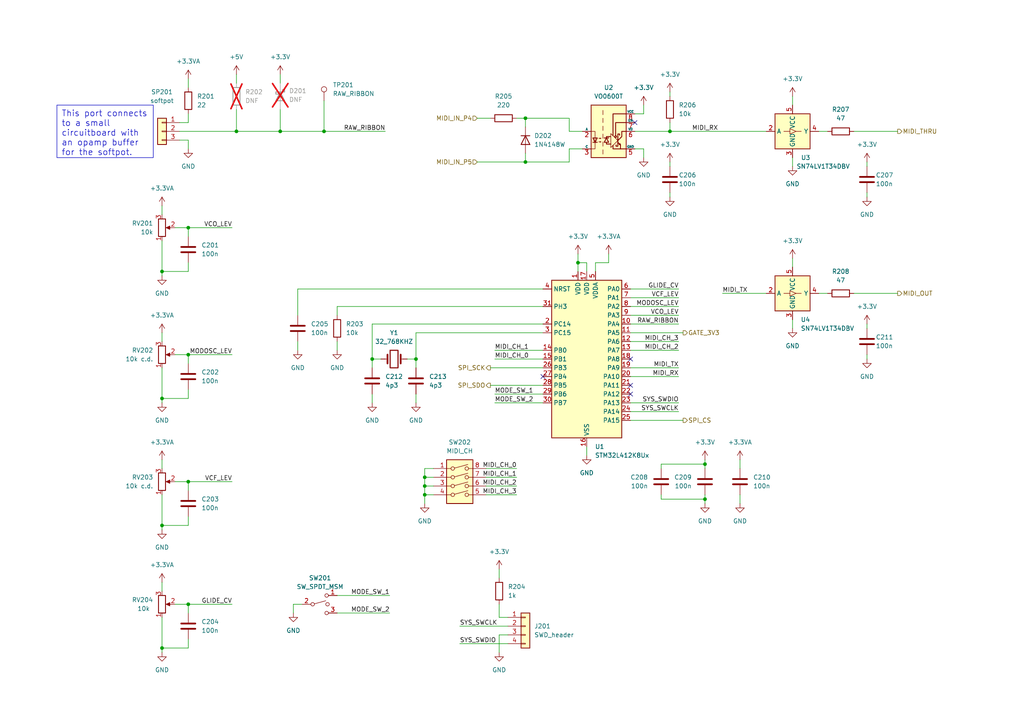
<source format=kicad_sch>
(kicad_sch (version 20230121) (generator eeschema)
  (paper "A4")
  (title_block (title "Josh Ox Ribbon Synth Ribbon board") (date "2023-03-10") (rev "1.0") (comment 1 "creativecommons.org/licences/by/4.0") (comment 2 "license: CC by 4.0") (comment 3 "Author: Jordan Aceto"))
  (lib_symbols
    (symbol "Connector:TestPoint" (pin_numbers hide) (pin_names (offset 0.762) hide)
      (property "Reference" "TP" (at 0 6.858 0))
      (property "Value" "TestPoint" (at 0 5.08 0))
      (symbol "TestPoint_0_1"
        (circle (center 0 3.302) (radius 0.762))
      )
      (symbol "TestPoint_1_1"
        (pin passive line (at 0 0 90) (length 2.54) (name "1") (number "1"))
      )
    )
    (symbol "Connector_Generic:Conn_01x03" (pin_names (offset 1.016) hide)
      (property "Reference" "J" (at 0 5.08 0))
      (property "Value" "Conn_01x03" (at 0 -5.08 0))
      (symbol "Conn_01x03_1_1"
        (rectangle (start -1.27 -2.413) (end 0 -2.667) (stroke (width 0.1524)))
        (rectangle (start -1.27 0.127) (end 0 -0.127) (stroke (width 0.1524)))
        (rectangle (start -1.27 2.667) (end 0 2.413) (stroke (width 0.1524)))
        (rectangle (start -1.27 3.81) (end 1.27 -3.81) (stroke (width 0.254)) (fill (type background)))
        (pin passive line (at -5.08 2.54 0) (length 3.81) (name "Pin_1") (number "1"))
        (pin passive line (at -5.08 0 0) (length 3.81) (name "Pin_2") (number "2"))
        (pin passive line (at -5.08 -2.54 0) (length 3.81) (name "Pin_3") (number "3"))
      )
    )
    (symbol "Connector_Generic:Conn_01x04" (pin_names (offset 1.016) hide)
      (property "Reference" "J" (at 0 5.08 0))
      (property "Value" "Conn_01x04" (at 0 -7.62 0))
      (symbol "Conn_01x04_1_1"
        (rectangle (start -1.27 -4.953) (end 0 -5.207) (stroke (width 0.1524)))
        (rectangle (start -1.27 -2.413) (end 0 -2.667) (stroke (width 0.1524)))
        (rectangle (start -1.27 0.127) (end 0 -0.127) (stroke (width 0.1524)))
        (rectangle (start -1.27 2.667) (end 0 2.413) (stroke (width 0.1524)))
        (rectangle (start -1.27 3.81) (end 1.27 -6.35) (stroke (width 0.254)) (fill (type background)))
        (pin passive line (at -5.08 2.54 0) (length 3.81) (name "Pin_1") (number "1"))
        (pin passive line (at -5.08 0 0) (length 3.81) (name "Pin_2") (number "2"))
        (pin passive line (at -5.08 -2.54 0) (length 3.81) (name "Pin_3") (number "3"))
        (pin passive line (at -5.08 -5.08 0) (length 3.81) (name "Pin_4") (number "4"))
      )
    )
    (symbol "Device:C" (pin_numbers hide) (pin_names (offset 0.254))
      (property "Reference" "C" (at 0.635 2.54 0))
      (property "Value" "C" (at 0.635 -2.54 0))
      (symbol "C_0_1"
        (polyline (pts (xy -2.032 -0.762) (xy 2.032 -0.762)) (stroke (width 0.508)))
        (polyline (pts (xy -2.032 0.762) (xy 2.032 0.762)) (stroke (width 0.508)))
      )
      (symbol "C_1_1"
        (pin passive line (at 0 3.81 270) (length 2.794) (name "~") (number "1"))
        (pin passive line (at 0 -3.81 90) (length 2.794) (name "~") (number "2"))
      )
    )
    (symbol "Device:Crystal" (pin_numbers hide) (pin_names (offset 1.016) hide)
      (property "Reference" "Y" (at 0 3.81 0))
      (property "Value" "Crystal" (at 0 -3.81 0))
      (symbol "Crystal_0_1"
        (rectangle (start -1.143 2.54) (end 1.143 -2.54) (stroke (width 0.3048)))
        (polyline (pts (xy -2.54 0) (xy -1.905 0)))
        (polyline (pts (xy -1.905 -1.27) (xy -1.905 1.27)) (stroke (width 0.508)))
        (polyline (pts (xy 1.905 -1.27) (xy 1.905 1.27)) (stroke (width 0.508)))
        (polyline (pts (xy 2.54 0) (xy 1.905 0)))
      )
      (symbol "Crystal_1_1"
        (pin passive line (at -3.81 0 0) (length 1.27) (name "1") (number "1"))
        (pin passive line (at 3.81 0 180) (length 1.27) (name "2") (number "2"))
      )
    )
    (symbol "Device:D_Schottky" (pin_numbers hide) (pin_names (offset 1.016) hide)
      (property "Reference" "D" (at 0 2.54 0))
      (property "Value" "D_Schottky" (at 0 -2.54 0))
      (symbol "D_Schottky_0_1"
        (polyline (pts (xy 1.27 0) (xy -1.27 0)))
        (polyline (pts (xy 1.27 1.27) (xy 1.27 -1.27) (xy -1.27 0) (xy 1.27 1.27)) (stroke (width 0.254)))
        (polyline (pts (xy -1.905 0.635) (xy -1.905 1.27) (xy -1.27 1.27) (xy -1.27 -1.27) (xy -0.635 -1.27) (xy -0.635 -0.635)) (stroke (width 0.254)))
      )
      (symbol "D_Schottky_1_1"
        (pin passive line (at -3.81 0 0) (length 2.54) (name "K") (number "1"))
        (pin passive line (at 3.81 0 180) (length 2.54) (name "A") (number "2"))
      )
    )
    (symbol "Device:R" (pin_numbers hide) (pin_names (offset 0))
      (property "Reference" "R" (at 2.032 0 90))
      (property "Value" "R" (at 0 0 90))
      (symbol "R_0_1"
        (rectangle (start -1.016 -2.54) (end 1.016 2.54) (stroke (width 0.254)))
      )
      (symbol "R_1_1"
        (pin passive line (at 0 3.81 270) (length 1.27) (name "~") (number "1"))
        (pin passive line (at 0 -3.81 90) (length 1.27) (name "~") (number "2"))
      )
    )
    (symbol "Device:R_Potentiometer" (pin_names (offset 1.016) hide)
      (property "Reference" "RV" (at -4.445 0 90))
      (property "Value" "R_Potentiometer" (at -2.54 0 90))
      (symbol "R_Potentiometer_0_1"
        (polyline (pts (xy 2.54 0) (xy 1.524 0)))
        (polyline (pts (xy 1.143 0) (xy 2.286 0.508) (xy 2.286 -0.508) (xy 1.143 0)) (fill (type outline)))
        (rectangle (start 1.016 2.54) (end -1.016 -2.54) (stroke (width 0.254)))
      )
      (symbol "R_Potentiometer_1_1"
        (pin passive line (at 0 3.81 270) (length 1.27) (name "1") (number "1"))
        (pin passive line (at 3.81 0 180) (length 1.27) (name "2") (number "2"))
        (pin passive line (at 0 -3.81 90) (length 1.27) (name "3") (number "3"))
      )
    )
    (symbol "Diode:1N4148W" (pin_numbers hide) (pin_names hide)
      (property "Reference" "D" (at 0 2.54 0))
      (property "Value" "1N4148W" (at 0 -2.54 0))
      (symbol "1N4148W_0_1"
        (polyline (pts (xy -1.27 1.27) (xy -1.27 -1.27)) (stroke (width 0.254)))
        (polyline (pts (xy 1.27 0) (xy -1.27 0)))
        (polyline (pts (xy 1.27 1.27) (xy 1.27 -1.27) (xy -1.27 0) (xy 1.27 1.27)) (stroke (width 0.254)))
      )
      (symbol "1N4148W_1_1"
        (pin passive line (at -3.81 0 0) (length 2.54) (name "K") (number "1"))
        (pin passive line (at 3.81 0 180) (length 2.54) (name "A") (number "2"))
      )
    )
    (symbol "Isolator:VO0600T" (pin_names (offset 0))
      (property "Reference" "U" (at -4.064 8.89 0))
      (property "Value" "VO0600T" (at 0.254 -9.144 0))
      (symbol "VO0600T_0_1"
        (polyline (pts (xy 2.667 -3.556) (xy 2.667 -1.651)) (stroke (width 0.254)))
        (polyline (pts (xy 2.667 -2.159) (xy 2.667 -2.921)) (stroke (width 0.254)))
        (polyline (pts (xy 3.429 -3.937) (xy 3.429 -5.08)) (stroke (width 0.254)))
        (polyline (pts (xy -0.635 -3.302) (xy -0.635 -3.683) (xy 0.635 -3.683)) (stroke (width 0.254)))
        (polyline (pts (xy -0.635 -1.905) (xy -0.635 -1.524) (xy 0.508 -1.524)) (stroke (width 0.254)))
        (polyline (pts (xy 1.27 -4.064) (xy 1.27 -5.08) (xy 5.08 -5.08)) (stroke (width 0.254)))
        (polyline (pts (xy 1.27 -1.27) (xy 1.27 5.08) (xy 5.08 5.08)) (stroke (width 0.254)))
        (polyline (pts (xy 2.032 -1.27) (xy 2.032 2.54) (xy 5.08 2.54)) (stroke (width 0.254)))
        (polyline (pts (xy -5.08 -5.08) (xy -3.937 -5.08) (xy -3.937 0) (xy -5.08 0)))
        (polyline (pts (xy 2.667 -3.302) (xy 2.667 -4.318) (xy 2.159 -4.318) (xy 2.159 -3.937)) (stroke (width 0.254)))
        (polyline (pts (xy 2.667 -2.667) (xy 0.635 -4.699) (xy 0.635 -0.635) (xy 2.667 -2.667)))
        (polyline (pts (xy 2.667 -1.778) (xy 2.667 -0.762) (xy 3.175 -0.762) (xy 3.175 -1.143)) (stroke (width 0.254)))
        (polyline (pts (xy 2.794 -2.54) (xy 3.81 -1.524) (xy 3.81 0) (xy 5.08 0)) (stroke (width 0.254)))
        (polyline (pts (xy 2.667 -3.175) (xy 3.429 -3.937) (xy 3.302 -3.556) (xy 3.048 -3.81) (xy 3.429 -3.937)) (stroke (width 0.254)))
        (circle (center 2.032 -1.524) (radius 0.254) (stroke (width 0.254)))
      )
      (symbol "VO0600T_1_1"
        (rectangle (start -5.08 7.62) (end 5.08 -7.62) (stroke (width 0.254)) (fill (type background)))
        (polyline (pts (xy -4.572 -3.175) (xy -3.302 -3.175)) (stroke (width 0.254)))
        (polyline (pts (xy -1.651 -5.334) (xy -1.651 -6.604)))
        (polyline (pts (xy -1.651 -3.048) (xy -1.651 -4.318)))
        (polyline (pts (xy -1.651 -0.762) (xy -1.651 -2.032)))
        (polyline (pts (xy -1.651 1.524) (xy -1.651 0.254)))
        (polyline (pts (xy -1.651 3.81) (xy -1.651 2.54)))
        (polyline (pts (xy -1.651 6.096) (xy -1.651 4.826)))
        (polyline (pts (xy -1.27 -1.905) (xy 0 -1.905)) (stroke (width 0.254)))
        (polyline (pts (xy -3.937 -3.175) (xy -4.572 -1.905) (xy -3.302 -1.905) (xy -3.937 -3.175)) (stroke (width 0.254)))
        (polyline (pts (xy -0.635 -1.905) (xy -1.27 -3.175) (xy 0 -3.175) (xy -0.635 -1.905)) (stroke (width 0.254)))
        (polyline (pts (xy -2.921 -3.048) (xy -2.159 -3.048) (xy -2.54 -3.175) (xy -2.54 -2.921) (xy -2.159 -3.048)) (stroke (width 0.127)))
        (polyline (pts (xy -2.921 -2.032) (xy -2.159 -2.032) (xy -2.54 -2.159) (xy -2.54 -1.905) (xy -2.159 -2.032)) (stroke (width 0.127)))
        (pin no_connect line (at -5.08 5.08 0) (length 2.54) hide (name "NC") (number "1"))
        (pin passive line (at -7.62 0 0) (length 2.54) (name "A") (number "2"))
        (pin passive line (at -7.62 -5.08 0) (length 2.54) (name "C") (number "3"))
        (pin power_in line (at 7.62 -5.08 180) (length 2.54) (name "GND") (number "5"))
        (pin open_collector line (at 7.62 0 180) (length 2.54) (name "VO") (number "6"))
        (pin input line (at 7.62 2.54 180) (length 2.54) (name "EN") (number "7"))
        (pin power_in line (at 7.62 5.08 180) (length 2.54) (name "VCC") (number "8"))
      )
    )
    (symbol "Logic_LevelTranslator:SN74LV1T34DBV"
      (property "Reference" "U" (at 5.08 6.35 0))
      (property "Value" "SN74LV1T34DBV" (at 5.08 3.81 0))
      (symbol "SN74LV1T34DBV_0_1"
        (rectangle (start -5.08 5.08) (end 5.08 -5.08) (stroke (width 0.254)) (fill (type background)))
        (polyline (pts (xy -0.762 0) (xy -2.54 0)))
        (polyline (pts (xy 1.016 0) (xy 2.54 0)))
      )
      (symbol "SN74LV1T34DBV_1_1"
        (polyline (pts (xy -0.762 -0.762) (xy -0.762 0.762) (xy 1.016 0) (xy -0.762 -0.762)))
        (pin no_connect line (at -5.08 2.54 0) (length 2.54) hide (name "NC") (number "1"))
        (pin input line (at -7.62 0 0) (length 2.54) (name "A") (number "2"))
        (pin power_in line (at 0 -7.62 90) (length 2.54) (name "GND") (number "3"))
        (pin output line (at 7.62 0 180) (length 2.54) (name "Y") (number "4"))
        (pin power_in line (at 0 7.62 270) (length 2.54) (name "VCC") (number "5"))
      )
    )
    (symbol "MCU_ST_STM32L4:STM32L412K8Ux"
      (property "Reference" "U" (at -10.16 24.13 0))
      (property "Value" "STM32L412K8Ux" (at 5.08 24.13 0))
      (symbol "STM32L412K8Ux_0_1"
        (rectangle (start -10.16 -22.86) (end 10.16 22.86) (stroke (width 0.254)) (fill (type background)))
      )
      (symbol "STM32L412K8Ux_1_1"
        (pin power_in line (at -2.54 25.4 270) (length 2.54) (name "VDD") (number "1"))
        (pin bidirectional line (at 12.7 10.16 180) (length 2.54) (name "PA4") (number "10"))
        (pin bidirectional line (at 12.7 7.62 180) (length 2.54) (name "PA5") (number "11"))
        (pin bidirectional line (at 12.7 5.08 180) (length 2.54) (name "PA6") (number "12"))
        (pin bidirectional line (at 12.7 2.54 180) (length 2.54) (name "PA7") (number "13"))
        (pin bidirectional line (at -12.7 2.54 0) (length 2.54) (name "PB0") (number "14"))
        (pin bidirectional line (at -12.7 0 0) (length 2.54) (name "PB1") (number "15"))
        (pin power_in line (at 0 -25.4 90) (length 2.54) (name "VSS") (number "16"))
        (pin power_in line (at 0 25.4 270) (length 2.54) (name "VDD") (number "17"))
        (pin bidirectional line (at 12.7 0 180) (length 2.54) (name "PA8") (number "18"))
        (pin bidirectional line (at 12.7 -2.54 180) (length 2.54) (name "PA9") (number "19"))
        (pin bidirectional line (at -12.7 10.16 0) (length 2.54) (name "PC14") (number "2"))
        (pin bidirectional line (at 12.7 -5.08 180) (length 2.54) (name "PA10") (number "20"))
        (pin bidirectional line (at 12.7 -7.62 180) (length 2.54) (name "PA11") (number "21"))
        (pin bidirectional line (at 12.7 -10.16 180) (length 2.54) (name "PA12") (number "22"))
        (pin bidirectional line (at 12.7 -12.7 180) (length 2.54) (name "PA13") (number "23"))
        (pin bidirectional line (at 12.7 -15.24 180) (length 2.54) (name "PA14") (number "24"))
        (pin bidirectional line (at 12.7 -17.78 180) (length 2.54) (name "PA15") (number "25"))
        (pin bidirectional line (at -12.7 -2.54 0) (length 2.54) (name "PB3") (number "26"))
        (pin bidirectional line (at -12.7 -5.08 0) (length 2.54) (name "PB4") (number "27"))
        (pin bidirectional line (at -12.7 -7.62 0) (length 2.54) (name "PB5") (number "28"))
        (pin bidirectional line (at -12.7 -10.16 0) (length 2.54) (name "PB6") (number "29"))
        (pin bidirectional line (at -12.7 7.62 0) (length 2.54) (name "PC15") (number "3"))
        (pin bidirectional line (at -12.7 -12.7 0) (length 2.54) (name "PB7") (number "30"))
        (pin bidirectional line (at -12.7 15.24 0) (length 2.54) (name "PH3") (number "31"))
        (pin passive line (at 0 -25.4 90) (length 2.54) hide (name "VSS") (number "32"))
        (pin passive line (at 0 -25.4 90) (length 2.54) hide (name "VSS") (number "33"))
        (pin input line (at -12.7 20.32 0) (length 2.54) (name "NRST") (number "4"))
        (pin power_in line (at 2.54 25.4 270) (length 2.54) (name "VDDA") (number "5"))
        (pin bidirectional line (at 12.7 20.32 180) (length 2.54) (name "PA0") (number "6"))
        (pin bidirectional line (at 12.7 17.78 180) (length 2.54) (name "PA1") (number "7"))
        (pin bidirectional line (at 12.7 15.24 180) (length 2.54) (name "PA2") (number "8"))
        (pin bidirectional line (at 12.7 12.7 180) (length 2.54) (name "PA3") (number "9"))
      )
    )
    (symbol "Switch:SW_DIP_x04" (pin_names (offset 0) hide)
      (property "Reference" "SW" (at 0 8.89 0))
      (property "Value" "SW_DIP_x04" (at 0 -6.35 0))
      (symbol "SW_DIP_x04_0_0"
        (circle (center -2.032 -2.54) (radius 0.508))
        (circle (center -2.032 0) (radius 0.508))
        (circle (center -2.032 2.54) (radius 0.508))
        (circle (center -2.032 5.08) (radius 0.508))
        (polyline (pts (xy -1.524 -2.3876) (xy 2.3622 -1.3462)))
        (polyline (pts (xy -1.524 0.127) (xy 2.3622 1.1684)))
        (polyline (pts (xy -1.524 2.667) (xy 2.3622 3.7084)))
        (polyline (pts (xy -1.524 5.207) (xy 2.3622 6.2484)))
        (circle (center 2.032 -2.54) (radius 0.508))
        (circle (center 2.032 0) (radius 0.508))
        (circle (center 2.032 2.54) (radius 0.508))
        (circle (center 2.032 5.08) (radius 0.508))
      )
      (symbol "SW_DIP_x04_0_1"
        (rectangle (start -3.81 7.62) (end 3.81 -5.08) (stroke (width 0.254)) (fill (type background)))
      )
      (symbol "SW_DIP_x04_1_1"
        (pin passive line (at -7.62 5.08 0) (length 5.08) (name "~") (number "1"))
        (pin passive line (at -7.62 2.54 0) (length 5.08) (name "~") (number "2"))
        (pin passive line (at -7.62 0 0) (length 5.08) (name "~") (number "3"))
        (pin passive line (at -7.62 -2.54 0) (length 5.08) (name "~") (number "4"))
        (pin passive line (at 7.62 -2.54 180) (length 5.08) (name "~") (number "5"))
        (pin passive line (at 7.62 0 180) (length 5.08) (name "~") (number "6"))
        (pin passive line (at 7.62 2.54 180) (length 5.08) (name "~") (number "7"))
        (pin passive line (at 7.62 5.08 180) (length 5.08) (name "~") (number "8"))
      )
    )
    (symbol "Switch:SW_SPDT_MSM" (pin_names (offset 0) hide)
      (property "Reference" "SW" (at 0 5.08 0))
      (property "Value" "SW_SPDT_MSM" (at 0 -5.08 0))
      (symbol "SW_SPDT_MSM_0_0"
        (circle (center -2.032 0) (radius 0.508))
        (polyline (pts (xy -1.524 0.127) (xy 1.778 1.016)))
        (circle (center 2.032 -2.54) (radius 0.508))
      )
      (symbol "SW_SPDT_MSM_0_1"
        (circle (center 2.032 2.54) (radius 0.508))
        (circle (center 2.286 0) (radius 0.508))
      )
      (symbol "SW_SPDT_MSM_1_1"
        (pin passive line (at 5.08 2.54 180) (length 2.54) (name "1") (number "1"))
        (pin passive line (at -5.08 0 0) (length 2.54) (name "2") (number "2"))
        (pin passive line (at 5.08 -2.54 180) (length 2.54) (name "3") (number "3"))
      )
    )
    (symbol "power:+3.3V" (power) (pin_names (offset 0))
      (property "Value" "+3.3V" (at 0 3.556 0))
      (symbol "+3.3V_0_1"
        (polyline (pts (xy -0.762 1.27) (xy 0 2.54)))
        (polyline (pts (xy 0 0) (xy 0 2.54)))
        (polyline (pts (xy 0 2.54) (xy 0.762 1.27)))
      )
      (symbol "+3.3V_1_1"
        (pin power_in line (at 0 0 90) (length 0) hide (name "+3.3V") (number "1"))
      )
    )
    (symbol "power:+3.3VA" (power) (pin_names (offset 0))
      (property "Value" "+3.3VA" (at 0 3.556 0))
      (symbol "+3.3VA_0_1"
        (polyline (pts (xy -0.762 1.27) (xy 0 2.54)))
        (polyline (pts (xy 0 0) (xy 0 2.54)))
        (polyline (pts (xy 0 2.54) (xy 0.762 1.27)))
      )
      (symbol "+3.3VA_1_1"
        (pin power_in line (at 0 0 90) (length 0) hide (name "+3.3VA") (number "1"))
      )
    )
    (symbol "power:+5V" (power) (pin_names (offset 0))
      (property "Value" "+5V" (at 0 3.556 0))
      (symbol "+5V_0_1"
        (polyline (pts (xy -0.762 1.27) (xy 0 2.54)))
        (polyline (pts (xy 0 0) (xy 0 2.54)))
        (polyline (pts (xy 0 2.54) (xy 0.762 1.27)))
      )
      (symbol "+5V_1_1"
        (pin power_in line (at 0 0 90) (length 0) hide (name "+5V") (number "1"))
      )
    )
    (symbol "power:GND" (power) (pin_names (offset 0))
      (property "Value" "GND" (at 0 -3.81 0))
      (symbol "GND_0_1"
        (polyline (pts (xy 0 0) (xy 0 -1.27) (xy 1.27 -1.27) (xy 0 -2.54) (xy -1.27 -1.27) (xy 0 -1.27)))
      )
      (symbol "GND_1_1"
        (pin power_in line (at 0 0 270) (length 0) hide (name "GND") (number "1"))
      )
    )
  )
  (junction (at 194.31 38.1))
  (junction (at 54.61 175.26))
  (junction (at 204.47 144.78))
  (junction (at 152.4 34.29))
  (junction (at 123.19 138.43))
  (junction (at 204.47 134.62))
  (junction (at 93.98 38.1))
  (junction (at 152.4 46.99))
  (junction (at 167.64 76.2))
  (junction (at 54.61 139.7))
  (junction (at 107.95 104.14))
  (junction (at 120.65 104.14))
  (junction (at 123.19 143.51))
  (junction (at 46.99 78.74))
  (junction (at 81.28 38.1))
  (junction (at 54.61 66.04))
  (junction (at 54.61 102.87))
  (junction (at 46.99 152.4))
  (junction (at 46.99 187.96))
  (junction (at 68.58 38.1))
  (junction (at 123.19 140.97))
  (junction (at 46.99 115.57))
  (no_connect (at 182.88 114.3))
  (no_connect (at 182.88 104.14))
  (no_connect (at 157.48 109.22))
  (no_connect (at 184.15 35.56))
  (no_connect (at 182.88 111.76))
  (wire (pts (xy 237.49 38.1) (xy 240.03 38.1)))
  (wire (pts (xy 229.87 27.94) (xy 229.87 30.48)))
  (wire (pts (xy 172.72 76.2) (xy 176.53 76.2)))
  (wire (pts (xy 182.88 86.36) (xy 196.85 86.36)))
  (wire (pts (xy 54.61 66.04) (xy 54.61 68.58)))
  (wire (pts (xy 81.28 31.75) (xy 81.28 38.1)))
  (wire (pts (xy 54.61 149.86) (xy 54.61 152.4)))
  (wire (pts (xy 123.19 140.97) (xy 125.73 140.97)))
  (wire (pts (xy 140.97 135.89) (xy 149.86 135.89)))
  (wire (pts (xy 123.19 140.97) (xy 123.19 143.51)))
  (wire (pts (xy 170.18 78.74) (xy 170.18 76.2)))
  (wire (pts (xy 229.87 74.93) (xy 229.87 77.47)))
  (wire (pts (xy 140.97 138.43) (xy 149.86 138.43)))
  (wire (pts (xy 167.64 73.66) (xy 167.64 76.2)))
  (wire (pts (xy 54.61 66.04) (xy 67.31 66.04)))
  (wire (pts (xy 209.55 85.09) (xy 222.25 85.09)))
  (wire (pts (xy 194.31 46.99) (xy 194.31 48.26)))
  (wire (pts (xy 149.86 34.29) (xy 152.4 34.29)))
  (wire (pts (xy 204.47 144.78) (xy 204.47 146.05)))
  (wire (pts (xy 191.77 144.78) (xy 204.47 144.78)))
  (wire (pts (xy 52.07 38.1) (xy 68.58 38.1)))
  (wire (pts (xy 86.36 91.44) (xy 86.36 83.82)))
  (wire (pts (xy 182.88 91.44) (xy 196.85 91.44)))
  (wire (pts (xy 182.88 121.92) (xy 198.12 121.92)))
  (wire (pts (xy 46.99 115.57) (xy 46.99 116.84)))
  (wire (pts (xy 204.47 143.51) (xy 204.47 144.78)))
  (wire (pts (xy 251.46 93.98) (xy 251.46 95.25)))
  (wire (pts (xy 68.58 31.75) (xy 68.58 38.1)))
  (wire (pts (xy 144.78 179.07) (xy 147.32 179.07)))
  (wire (pts (xy 54.61 175.26) (xy 67.31 175.26)))
  (wire (pts (xy 54.61 113.03) (xy 54.61 115.57)))
  (wire (pts (xy 182.88 83.82) (xy 196.85 83.82)))
  (wire (pts (xy 85.09 175.26) (xy 87.63 175.26)))
  (wire (pts (xy 165.1 34.29) (xy 152.4 34.29)))
  (wire (pts (xy 167.64 76.2) (xy 167.64 78.74)))
  (wire (pts (xy 214.63 133.35) (xy 214.63 135.89)))
  (wire (pts (xy 54.61 22.86) (xy 54.61 25.4)))
  (wire (pts (xy 46.99 115.57) (xy 54.61 115.57)))
  (wire (pts (xy 194.31 26.67) (xy 194.31 27.94)))
  (wire (pts (xy 204.47 133.35) (xy 204.47 134.62)))
  (wire (pts (xy 247.65 85.09) (xy 260.35 85.09)))
  (wire (pts (xy 182.88 96.52) (xy 198.12 96.52)))
  (wire (pts (xy 165.1 46.99) (xy 152.4 46.99)))
  (wire (pts (xy 97.79 177.8) (xy 113.03 177.8)))
  (wire (pts (xy 142.24 111.76) (xy 157.48 111.76)))
  (wire (pts (xy 170.18 76.2) (xy 167.64 76.2)))
  (wire (pts (xy 186.69 30.48) (xy 186.69 33.02)))
  (wire (pts (xy 123.19 143.51) (xy 123.19 146.05)))
  (wire (pts (xy 54.61 35.56) (xy 52.07 35.56)))
  (wire (pts (xy 186.69 43.18) (xy 186.69 45.72)))
  (wire (pts (xy 157.48 96.52) (xy 120.65 96.52)))
  (wire (pts (xy 123.19 135.89) (xy 123.19 138.43)))
  (wire (pts (xy 138.43 46.99) (xy 152.4 46.99)))
  (wire (pts (xy 54.61 43.18) (xy 54.61 40.64)))
  (wire (pts (xy 165.1 43.18) (xy 165.1 46.99)))
  (wire (pts (xy 170.18 129.54) (xy 170.18 132.08)))
  (wire (pts (xy 251.46 55.88) (xy 251.46 57.15)))
  (wire (pts (xy 182.88 109.22) (xy 196.85 109.22)))
  (wire (pts (xy 191.77 135.89) (xy 191.77 134.62)))
  (wire (pts (xy 46.99 143.51) (xy 46.99 152.4)))
  (wire (pts (xy 182.88 88.9) (xy 196.85 88.9)))
  (wire (pts (xy 194.31 38.1) (xy 222.25 38.1)))
  (wire (pts (xy 142.24 106.68) (xy 157.48 106.68)))
  (wire (pts (xy 176.53 73.66) (xy 176.53 76.2)))
  (wire (pts (xy 196.85 99.06) (xy 182.88 99.06)))
  (wire (pts (xy 97.79 91.44) (xy 97.79 88.9)))
  (wire (pts (xy 46.99 133.35) (xy 46.99 135.89)))
  (wire (pts (xy 184.15 38.1) (xy 194.31 38.1)))
  (wire (pts (xy 147.32 184.15) (xy 144.78 184.15)))
  (wire (pts (xy 182.88 106.68) (xy 196.85 106.68)))
  (wire (pts (xy 46.99 78.74) (xy 54.61 78.74)))
  (wire (pts (xy 68.58 21.59) (xy 68.58 24.13)))
  (wire (pts (xy 172.72 78.74) (xy 172.72 76.2)))
  (wire (pts (xy 97.79 88.9) (xy 157.48 88.9)))
  (wire (pts (xy 123.19 143.51) (xy 125.73 143.51)))
  (wire (pts (xy 143.51 101.6) (xy 157.48 101.6)))
  (wire (pts (xy 143.51 104.14) (xy 157.48 104.14)))
  (wire (pts (xy 191.77 134.62) (xy 204.47 134.62)))
  (wire (pts (xy 50.8 139.7) (xy 54.61 139.7)))
  (wire (pts (xy 54.61 102.87) (xy 54.61 105.41)))
  (wire (pts (xy 191.77 143.51) (xy 191.77 144.78)))
  (wire (pts (xy 81.28 21.59) (xy 81.28 24.13)))
  (wire (pts (xy 46.99 187.96) (xy 46.99 189.23)))
  (wire (pts (xy 140.97 140.97) (xy 149.86 140.97)))
  (wire (pts (xy 46.99 106.68) (xy 46.99 115.57)))
  (wire (pts (xy 168.91 43.18) (xy 165.1 43.18)))
  (wire (pts (xy 194.31 38.1) (xy 194.31 35.56)))
  (wire (pts (xy 120.65 96.52) (xy 120.65 104.14)))
  (wire (pts (xy 107.95 104.14) (xy 107.95 93.98)))
  (wire (pts (xy 54.61 175.26) (xy 54.61 177.8)))
  (wire (pts (xy 247.65 38.1) (xy 260.35 38.1)))
  (wire (pts (xy 50.8 102.87) (xy 54.61 102.87)))
  (wire (pts (xy 46.99 168.91) (xy 46.99 171.45)))
  (wire (pts (xy 46.99 179.07) (xy 46.99 187.96)))
  (wire (pts (xy 251.46 102.87) (xy 251.46 104.14)))
  (wire (pts (xy 107.95 114.3) (xy 107.95 116.84)))
  (wire (pts (xy 54.61 185.42) (xy 54.61 187.96)))
  (wire (pts (xy 168.91 38.1) (xy 165.1 38.1)))
  (wire (pts (xy 144.78 175.26) (xy 144.78 179.07)))
  (wire (pts (xy 144.78 184.15) (xy 144.78 189.23)))
  (wire (pts (xy 46.99 152.4) (xy 46.99 153.67)))
  (wire (pts (xy 229.87 45.72) (xy 229.87 48.26)))
  (wire (pts (xy 93.98 38.1) (xy 111.76 38.1)))
  (wire (pts (xy 140.97 143.51) (xy 149.86 143.51)))
  (wire (pts (xy 54.61 139.7) (xy 67.31 139.7)))
  (wire (pts (xy 147.32 186.69) (xy 133.35 186.69)))
  (wire (pts (xy 50.8 175.26) (xy 54.61 175.26)))
  (wire (pts (xy 147.32 181.61) (xy 133.35 181.61)))
  (wire (pts (xy 54.61 102.87) (xy 67.31 102.87)))
  (wire (pts (xy 46.99 96.52) (xy 46.99 99.06)))
  (wire (pts (xy 152.4 34.29) (xy 152.4 36.83)))
  (wire (pts (xy 143.51 116.84) (xy 157.48 116.84)))
  (wire (pts (xy 46.99 152.4) (xy 54.61 152.4)))
  (wire (pts (xy 214.63 143.51) (xy 214.63 146.05)))
  (wire (pts (xy 93.98 38.1) (xy 81.28 38.1)))
  (wire (pts (xy 107.95 93.98) (xy 157.48 93.98)))
  (wire (pts (xy 46.99 69.85) (xy 46.99 78.74)))
  (wire (pts (xy 110.49 104.14) (xy 107.95 104.14)))
  (wire (pts (xy 86.36 83.82) (xy 157.48 83.82)))
  (wire (pts (xy 97.79 99.06) (xy 97.79 101.6)))
  (wire (pts (xy 143.51 114.3) (xy 157.48 114.3)))
  (wire (pts (xy 182.88 93.98) (xy 196.85 93.98)))
  (wire (pts (xy 50.8 66.04) (xy 54.61 66.04)))
  (wire (pts (xy 120.65 104.14) (xy 120.65 106.68)))
  (wire (pts (xy 182.88 116.84) (xy 196.85 116.84)))
  (wire (pts (xy 46.99 78.74) (xy 46.99 80.01)))
  (wire (pts (xy 182.88 119.38) (xy 196.85 119.38)))
  (wire (pts (xy 123.19 135.89) (xy 125.73 135.89)))
  (wire (pts (xy 165.1 38.1) (xy 165.1 34.29)))
  (wire (pts (xy 237.49 85.09) (xy 240.03 85.09)))
  (wire (pts (xy 107.95 104.14) (xy 107.95 106.68)))
  (wire (pts (xy 186.69 43.18) (xy 184.15 43.18)))
  (wire (pts (xy 46.99 59.69) (xy 46.99 62.23)))
  (wire (pts (xy 120.65 104.14) (xy 118.11 104.14)))
  (wire (pts (xy 204.47 135.89) (xy 204.47 134.62)))
  (wire (pts (xy 123.19 138.43) (xy 125.73 138.43)))
  (wire (pts (xy 123.19 138.43) (xy 123.19 140.97)))
  (wire (pts (xy 97.79 172.72) (xy 113.03 172.72)))
  (wire (pts (xy 229.87 92.71) (xy 229.87 95.25)))
  (wire (pts (xy 251.46 46.99) (xy 251.46 48.26)))
  (wire (pts (xy 54.61 33.02) (xy 54.61 35.56)))
  (wire (pts (xy 186.69 33.02) (xy 184.15 33.02)))
  (wire (pts (xy 46.99 187.96) (xy 54.61 187.96)))
  (wire (pts (xy 152.4 46.99) (xy 152.4 44.45)))
  (wire (pts (xy 196.85 101.6) (xy 182.88 101.6)))
  (wire (pts (xy 54.61 40.64) (xy 52.07 40.64)))
  (wire (pts (xy 54.61 76.2) (xy 54.61 78.74)))
  (wire (pts (xy 93.98 29.21) (xy 93.98 38.1)))
  (wire (pts (xy 54.61 139.7) (xy 54.61 142.24)))
  (wire (pts (xy 120.65 114.3) (xy 120.65 116.84)))
  (wire (pts (xy 138.43 34.29) (xy 142.24 34.29)))
  (wire (pts (xy 194.31 55.88) (xy 194.31 57.15)))
  (wire (pts (xy 144.78 165.1) (xy 144.78 167.64)))
  (wire (pts (xy 86.36 99.06) (xy 86.36 101.6)))
  (wire (pts (xy 85.09 175.26) (xy 85.09 177.8)))
  (wire (pts (xy 81.28 38.1) (xy 68.58 38.1)))
  (text_box "This port connects to a small circuitboard with an opamp buffer for the softpot." (at 16.51 30.48 0) (size 27.94 15.24) (effects (font (size 1.75 1.75)) (justify left top)))
  (label "VCO_LEV" (at 67.31 66.04 180))
  (label "MODOSC_LEV" (at 196.85 88.9 180))
  (label "MIDI_TX" (at 196.85 106.68 180))
  (label "VCF_LEV" (at 196.85 86.36 180))
  (label "MODE_SW_1" (at 143.51 114.3 0))
  (label "MODE_SW_2" (at 113.03 177.8 180))
  (label "MIDI_CH_3" (at 196.85 99.06 180))
  (label "GLIDE_CV" (at 196.85 83.82 180))
  (label "MIDI_CH_0" (at 149.86 135.89 180))
  (label "MIDI_CH_1" (at 143.51 101.6 0))
  (label "MIDI_RX" (at 208.28 38.1 180))
  (label "MODE_SW_2" (at 143.51 116.84 0))
  (label "MIDI_CH_1" (at 149.86 138.43 180))
  (label "SYS_SWDIO" (at 196.85 116.84 180))
  (label "MIDI_CH_0" (at 143.51 104.14 0))
  (label "VCO_LEV" (at 196.85 91.44 180))
  (label "MIDI_RX" (at 196.85 109.22 180))
  (label "VCF_LEV" (at 67.31 139.7 180))
  (label "SYS_SWCLK" (at 196.85 119.38 180))
  (label "GLIDE_CV" (at 67.31 175.26 180))
  (label "MIDI_CH_2" (at 149.86 140.97 180))
  (label "RAW_RIBBON" (at 196.85 93.98 180))
  (label "SYS_SWCLK" (at 133.35 181.61 0))
  (label "MIDI_CH_3" (at 149.86 143.51 180))
  (label "MIDI_CH_2" (at 196.85 101.6 180))
  (label "MIDI_TX" (at 209.55 85.09 0))
  (label "RAW_RIBBON" (at 111.76 38.1 180))
  (label "SYS_SWDIO" (at 133.35 186.69 0))
  (label "MODOSC_LEV" (at 67.31 102.87 180))
  (label "MODE_SW_1" (at 113.03 172.72 180))
  (hierarchical_label "SPI_SDO" (shape output) (at 142.24 111.76 180))
  (hierarchical_label "MIDI_OUT" (shape output) (at 260.35 85.09 0))
  (hierarchical_label "SPI_CS" (shape output) (at 198.12 121.92 0))
  (hierarchical_label "MIDI_IN_P4" (shape input) (at 138.43 34.29 180))
  (hierarchical_label "MIDI_IN_P5" (shape input) (at 138.43 46.99 180))
  (hierarchical_label "GATE_3V3" (shape output) (at 198.12 96.52 0))
  (hierarchical_label "MIDI_THRU" (shape output) (at 260.35 38.1 0))
  (hierarchical_label "SPI_SCK" (shape output) (at 142.24 106.68 180))
  (symbol (lib_id "Device:R_Potentiometer") (at 46.99 139.7 0) (mirror x) (unit 1)
    (property "Reference" "RV203" (at 44.45 138.4299 0) (effects (justify right)))
    (property "Value" "10k c.d." (at 44.45 140.9699 0) (effects (justify right)))
    (property "Footprint" "Potentiometer_THT:Potentiometer_Alpha_RD901F-40-00D_Single_Vertical" (effects hide))
  )
  (symbol (lib_id "Device:R") (at 243.84 38.1 90) (unit 1)
    (property "Reference" "R207" (at 243.84 31.75 90))
    (property "Value" "47" (at 243.84 34.29 90))
    (property "Footprint" "Resistor_SMD:R_0805_2012Metric" (effects hide))
    (instances (project "ribbon_board" (path "" (reference "R207") (unit 1))) (project "midi_ox_main_board" (path "" (reference "R?") (unit 1))))
  )
  (symbol (lib_id "power:GND") (at 46.99 153.67 0) (mirror y) (unit 1)
    (property "Reference" "#PWR0206" (effects hide))
    (property "Value" "GND" (at 46.99 158.75 0))
  )
  (symbol (lib_id "power:GND") (at 46.99 80.01 0) (mirror y) (unit 1)
    (property "Reference" "#PWR0202" (effects hide))
    (property "Value" "GND" (at 46.99 85.09 0))
  )
  (symbol (lib_id "power:+3.3V") (at 251.46 93.98 0) (unit 1)
    (property "Reference" "#PWR013" (effects hide))
    (property "Value" "+3.3V" (at 251.46 88.9 0))
    (instances (project "ribbon_board" (path "" (reference "#PWR013") (unit 1))) (project "midi_ox_main_board" (path "" (reference "#PWR0120") (unit 1))))
  )
  (symbol (lib_id "power:+3.3V") (at 167.64 73.66 0) (unit 1)
    (property "Reference" "#PWR026" (effects hide))
    (property "Value" "+3.3V" (at 167.64 68.58 0))
  )
  (symbol (lib_id "Device:R") (at 243.84 85.09 90) (unit 1)
    (property "Reference" "R208" (at 243.84 78.74 90))
    (property "Value" "47" (at 243.84 81.28 90))
    (property "Footprint" "Resistor_SMD:R_0805_2012Metric" (effects hide))
    (instances (project "ribbon_board" (path "" (reference "R208") (unit 1))) (project "midi_ox_main_board" (path "" (reference "R?") (unit 1))))
  )
  (symbol (lib_id "Device:C") (at 251.46 52.07 0) (unit 1)
    (property "Reference" "C207" (at 254 50.8 0) (effects (justify left)))
    (property "Value" "100n" (at 254 53.34 0) (effects (justify left)))
    (property "Footprint" "Capacitor_SMD:C_0603_1608Metric" (effects hide))
    (instances (project "ribbon_board" (path "" (reference "C207") (unit 1))) (project "midi_ox_main_board" (path "" (reference "C2222") (unit 1)) (path "" (reference "C?") (unit 1))))
  )
  (symbol (lib_id "Device:C") (at 251.46 99.06 0) (unit 1)
    (property "Reference" "C211" (at 254 97.79 0) (effects (justify left)))
    (property "Value" "100n" (at 254 100.33 0) (effects (justify left)))
    (property "Footprint" "Capacitor_SMD:C_0603_1608Metric" (effects hide))
    (instances (project "ribbon_board" (path "" (reference "C211") (unit 1))) (project "midi_ox_main_board" (path "" (reference "C2222") (unit 1)) (path "" (reference "C?") (unit 1))))
  )
  (symbol (lib_id "power:+3.3VA") (at 214.63 133.35 0) (unit 1)
    (property "Reference" "#PWR0224" (effects hide))
    (property "Value" "+3.3VA" (at 214.63 128.27 0))
  )
  (symbol (lib_id "power:+3.3V") (at 81.28 21.59 0) (unit 1)
    (property "Reference" "#PWR0212" (effects hide))
    (property "Value" "+3.3V" (at 81.28 16.51 0))
  )
  (symbol (lib_id "Device:C") (at 120.65 110.49 180) (unit 1)
    (property "Reference" "C213" (at 124.46 109.22 0) (effects (justify right)))
    (property "Value" "4p3" (at 124.46 111.76 0) (effects (justify right)))
    (property "Footprint" "Capacitor_SMD:C_0603_1608Metric" (effects hide))
  )
  (symbol (lib_id "Switch:SW_DIP_x04") (at 133.35 140.97 0) (unit 1)
    (property "Reference" "SW202" (at 133.35 128.27 0))
    (property "Value" "MIDI_CH" (at 133.35 130.81 0))
    (property "Footprint" "Button_Switch_THT:SW_DIP_SPSTx04_Slide_9.78x12.34mm_W7.62mm_P2.54mm" (effects hide))
  )
  (symbol (lib_id "power:GND") (at 170.18 132.08 0) (unit 1)
    (property "Reference" "#PWR0223" (effects hide))
    (property "Value" "GND" (at 170.18 137.16 0))
  )
  (symbol (lib_id "power:GND") (at 194.31 57.15 0) (unit 1)
    (property "Reference" "#PWR06" (effects hide))
    (property "Value" "GND" (at 194.31 62.23 0))
    (instances (project "ribbon_board" (path "" (reference "#PWR06") (unit 1))) (project "midi_ox_main_board" (path "" (reference "#PWR0114") (unit 1))))
  )
  (symbol (lib_id "Device:C") (at 194.31 52.07 0) (unit 1)
    (property "Reference" "C206" (at 196.85 50.8 0) (effects (justify left)))
    (property "Value" "100n" (at 196.85 53.34 0) (effects (justify left)))
    (property "Footprint" "Capacitor_SMD:C_0603_1608Metric" (effects hide))
    (instances (project "ribbon_board" (path "" (reference "C206") (unit 1))) (project "midi_ox_main_board" (path "" (reference "C2222") (unit 1)) (path "" (reference "C?") (unit 1))))
  )
  (symbol (lib_id "power:+3.3VA") (at 46.99 133.35 0) (mirror y) (unit 1)
    (property "Reference" "#PWR0205" (effects hide))
    (property "Value" "+3.3VA" (at 46.99 128.27 0))
  )
  (symbol (lib_id "Connector_Generic:Conn_01x04") (at 152.4 181.61 0) (unit 1)
    (property "Reference" "J201" (at 154.94 181.6099 0) (effects (justify left)))
    (property "Value" "SWD_header" (at 154.94 184.1499 0) (effects (justify left)))
    (property "Footprint" "Connector_PinHeader_2.54mm:PinHeader_1x04_P2.54mm_Vertical" (effects hide))
  )
  (symbol (lib_id "power:+3.3VA") (at 46.99 59.69 0) (mirror y) (unit 1)
    (property "Reference" "#PWR0201" (effects hide))
    (property "Value" "+3.3VA" (at 46.99 54.61 0))
  )
  (symbol (lib_id "MCU_ST_STM32L4:STM32L412K8Ux") (at 170.18 104.14 0) (unit 1)
    (property "Reference" "U1" (at 172.5535 129.54 0) (effects (justify left)))
    (property "Value" "STM32L412K8Ux" (at 172.5535 132.08 0) (effects (justify left)))
    (property "Footprint" "Package_DFN_QFN:QFN-32-1EP_5x5mm_P0.5mm_EP3.45x3.45mm" (effects hide))
    (property "Datasheet" "https://www.st.com/resource/en/datasheet/stm32l412k8.pdf" (effects hide))
  )
  (symbol (lib_id "Isolator:VO0600T") (at 176.53 38.1 0) (unit 1)
    (property "Reference" "U2" (at 176.53 25.4 0))
    (property "Value" "VO0600T" (at 176.53 27.94 0))
    (property "Footprint" "Package_SO:SOIC-8_3.9x4.9mm_P1.27mm" (effects hide))
    (property "Datasheet" "http://www.vishay.com/doc?84607" (effects hide))
    (instances (project "ribbon_board" (path "" (reference "U2") (unit 1))) (project "midi_ox_main_board" (path "" (reference "U?") (unit 1))))
  )
  (symbol (lib_id "power:GND") (at 54.61 43.18 0) (mirror y) (unit 1)
    (property "Reference" "#PWR0210" (effects hide))
    (property "Value" "GND" (at 54.61 48.26 0))
  )
  (symbol (lib_id "power:+3.3V") (at 144.78 165.1 0) (unit 1)
    (property "Reference" "#PWR035" (effects hide))
    (property "Value" "+3.3V" (at 144.78 160.02 0))
  )
  (symbol (lib_id "power:GND") (at 186.69 45.72 0) (unit 1)
    (property "Reference" "#PWR03" (effects hide))
    (property "Value" "GND" (at 186.69 50.8 0))
    (instances (project "ribbon_board" (path "" (reference "#PWR03") (unit 1))) (project "midi_ox_main_board" (path "" (reference "#PWR0109") (unit 1))))
  )
  (symbol (lib_id "Device:R") (at 194.31 31.75 0) (unit 1)
    (property "Reference" "R206" (at 196.85 30.48 0) (effects (justify left)))
    (property "Value" "10k" (at 196.85 33.02 0) (effects (justify left)))
    (property "Footprint" "Resistor_SMD:R_0805_2012Metric" (effects hide))
    (instances (project "ribbon_board" (path "" (reference "R206") (unit 1))) (project "midi_ox_main_board" (path "" (reference "R?") (unit 1))))
  )
  (symbol (lib_id "Device:C") (at 86.36 95.25 180) (unit 1)
    (property "Reference" "C205" (at 90.17 93.9799 0) (effects (justify right)))
    (property "Value" "100n" (at 90.17 96.5199 0) (effects (justify right)))
    (property "Footprint" "Capacitor_SMD:C_0603_1608Metric" (effects hide))
  )
  (symbol (lib_id "Device:D_Schottky") (at 81.28 27.94 270) (unit 1) (in_bom no) (dnp yes)
    (property "Reference" "D201" (at 83.82 26.3525 90) (effects (justify left)))
    (property "Value" "DNF" (at 83.82 28.8925 90) (effects (justify left)))
    (property "Footprint" "Diode_SMD:D_SOD-123" (effects hide))
  )
  (symbol (lib_id "power:+3.3VA") (at 176.53 73.66 0) (unit 1)
    (property "Reference" "#PWR027" (effects hide))
    (property "Value" "+3.3VA" (at 176.53 68.58 0))
  )
  (symbol (lib_id "Diode:1N4148W") (at 152.4 40.64 270) (unit 1)
    (property "Reference" "D202" (at 154.94 39.37 90) (effects (justify left)))
    (property "Value" "1N4148W" (at 154.94 41.91 90) (effects (justify left)))
    (property "Footprint" "Diode_SMD:D_SOD-123" (effects hide))
    (property "Datasheet" "https://www.vishay.com/docs/85748/1n4148w.pdf" (effects hide))
    (property "Sim.Device" "D" (effects hide))
    (property "Sim.Pins" "1=K 2=A" (effects hide))
    (instances (project "ribbon_board" (path "" (reference "D202") (unit 1))) (project "midi_ox_main_board" (path "" (reference "D?") (unit 1))))
  )
  (symbol (lib_id "power:GND") (at 251.46 57.15 0) (unit 1)
    (property "Reference" "#PWR010" (effects hide))
    (property "Value" "GND" (at 251.46 62.23 0))
    (instances (project "ribbon_board" (path "" (reference "#PWR010") (unit 1))) (project "midi_ox_main_board" (path "" (reference "#PWR0121") (unit 1))))
  )
  (symbol (lib_id "power:+3.3V") (at 194.31 26.67 0) (unit 1)
    (property "Reference" "#PWR04" (effects hide))
    (property "Value" "+3.3V" (at 194.31 21.59 0))
    (instances (project "ribbon_board" (path "" (reference "#PWR04") (unit 1))) (project "midi_ox_main_board" (path "" (reference "#PWR0111") (unit 1))))
  )
  (symbol (lib_id "Logic_LevelTranslator:SN74LV1T34DBV") (at 229.87 38.1 0) (unit 1)
    (property "Reference" "U3" (at 233.68 45.72 0))
    (property "Value" "SN74LV1T34DBV" (at 238.76 48.26 0))
    (property "Footprint" "Package_TO_SOT_SMD:SOT-23-5" (effects hide))
    (property "Datasheet" "https://www.ti.com/lit/ds/symlink/sn74lv1t34.pdf" (effects hide))
    (instances (project "ribbon_board" (path "" (reference "U3") (unit 1))) (project "midi_ox_main_board" (path "" (reference "U?") (unit 1))))
  )
  (symbol (lib_id "Device:R") (at 146.05 34.29 90) (unit 1)
    (property "Reference" "R205" (at 146.05 27.94 90))
    (property "Value" "220" (at 146.05 30.48 90))
    (property "Footprint" "Resistor_SMD:R_0805_2012Metric" (effects hide))
    (instances (project "ribbon_board" (path "" (reference "R205") (unit 1))) (project "midi_ox_main_board" (path "" (reference "R?") (unit 1))))
  )
  (symbol (lib_id "Device:R_Potentiometer") (at 46.99 102.87 0) (mirror x) (unit 1)
    (property "Reference" "RV202" (at 44.45 101.5999 0) (effects (justify right)))
    (property "Value" "10k c.d." (at 44.45 104.1399 0) (effects (justify right)))
    (property "Footprint" "Potentiometer_THT:Potentiometer_Alpha_RD901F-40-00D_Single_Vertical" (effects hide))
  )
  (symbol (lib_id "power:+3.3VA") (at 46.99 96.52 0) (mirror y) (unit 1)
    (property "Reference" "#PWR0203" (effects hide))
    (property "Value" "+3.3VA" (at 46.99 91.44 0))
  )
  (symbol (lib_id "power:GND") (at 204.47 146.05 0) (mirror y) (unit 1)
    (property "Reference" "#PWR0221" (effects hide))
    (property "Value" "GND" (at 204.47 151.13 0))
  )
  (symbol (lib_id "power:+3.3VA") (at 46.99 168.91 0) (mirror y) (unit 1)
    (property "Reference" "#PWR0207" (effects hide))
    (property "Value" "+3.3VA" (at 46.99 163.83 0))
  )
  (symbol (lib_id "power:+3.3V") (at 229.87 74.93 0) (unit 1)
    (property "Reference" "#PWR011" (effects hide))
    (property "Value" "+3.3V" (at 229.87 69.85 0))
    (instances (project "ribbon_board" (path "" (reference "#PWR011") (unit 1))) (project "midi_ox_main_board" (path "" (reference "#PWR0116") (unit 1))))
  )
  (symbol (lib_id "Device:R") (at 54.61 29.21 0) (mirror y) (unit 1)
    (property "Reference" "R201" (at 57.15 27.94 0) (effects (justify right)))
    (property "Value" "22" (at 57.15 30.48 0) (effects (justify right)))
    (property "Footprint" "Resistor_SMD:R_0805_2012Metric" (effects hide))
  )
  (symbol (lib_id "Device:C") (at 191.77 139.7 0) (mirror y) (unit 1)
    (property "Reference" "C208" (at 187.96 138.4299 0) (effects (justify left)))
    (property "Value" "100n" (at 187.96 140.9699 0) (effects (justify left)))
    (property "Footprint" "Capacitor_SMD:C_0603_1608Metric" (effects hide))
  )
  (symbol (lib_id "Device:C") (at 54.61 72.39 0) (unit 1)
    (property "Reference" "C201" (at 58.42 71.1199 0) (effects (justify left)))
    (property "Value" "100n" (at 58.42 73.6599 0) (effects (justify left)))
    (property "Footprint" "Capacitor_SMD:C_0603_1608Metric" (effects hide))
  )
  (symbol (lib_id "Device:C") (at 54.61 181.61 0) (unit 1)
    (property "Reference" "C204" (at 58.42 180.3399 0) (effects (justify left)))
    (property "Value" "100n" (at 58.42 182.8799 0) (effects (justify left)))
    (property "Footprint" "Capacitor_SMD:C_0603_1608Metric" (effects hide))
  )
  (symbol (lib_id "Device:R_Potentiometer") (at 46.99 66.04 0) (mirror x) (unit 1)
    (property "Reference" "RV201" (at 44.45 64.77 0) (effects (justify right)))
    (property "Value" "10k" (at 44.45 67.31 0) (effects (justify right)))
    (property "Footprint" "Potentiometer_THT:Potentiometer_Alpha_RD901F-40-00D_Single_Vertical" (effects hide))
  )
  (symbol (lib_id "power:GND") (at 107.95 116.84 0) (unit 1)
    (property "Reference" "#PWR031" (effects hide))
    (property "Value" "GND" (at 107.95 121.92 0))
  )
  (symbol (lib_id "power:GND") (at 46.99 189.23 0) (mirror y) (unit 1)
    (property "Reference" "#PWR0208" (effects hide))
    (property "Value" "GND" (at 46.99 194.31 0))
  )
  (symbol (lib_id "Logic_LevelTranslator:SN74LV1T34DBV") (at 229.87 85.09 0) (unit 1)
    (property "Reference" "U4" (at 232.2435 92.71 0) (effects (justify left)))
    (property "Value" "SN74LV1T34DBV" (at 232.2435 95.25 0) (effects (justify left)))
    (property "Footprint" "Package_TO_SOT_SMD:SOT-23-5" (effects hide))
    (property "Datasheet" "https://www.ti.com/lit/ds/symlink/sn74lv1t34.pdf" (effects hide))
    (instances (project "ribbon_board" (path "" (reference "U4") (unit 1))) (project "midi_ox_main_board" (path "" (reference "U?") (unit 1))))
  )
  (symbol (lib_id "Device:R") (at 68.58 27.94 0) (mirror y) (unit 1) (in_bom no) (dnp yes)
    (property "Reference" "R202" (at 71.12 26.67 0) (effects (justify right)))
    (property "Value" "DNF" (at 71.12 29.21 0) (effects (justify right)))
    (property "Footprint" "Resistor_SMD:R_0805_2012Metric" (effects hide))
  )
  (symbol (lib_id "power:GND") (at 251.46 104.14 0) (unit 1)
    (property "Reference" "#PWR014" (effects hide))
    (property "Value" "GND" (at 251.46 109.22 0))
    (instances (project "ribbon_board" (path "" (reference "#PWR014") (unit 1))) (project "midi_ox_main_board" (path "" (reference "#PWR0121") (unit 1))))
  )
  (symbol (lib_id "Device:R") (at 97.79 95.25 180) (unit 1)
    (property "Reference" "R203" (at 100.33 93.9799 0) (effects (justify right)))
    (property "Value" "10k" (at 100.33 96.5199 0) (effects (justify right)))
    (property "Footprint" "Resistor_SMD:R_0805_2012Metric" (effects hide))
  )
  (symbol (lib_id "power:GND") (at 144.78 189.23 0) (unit 1)
    (property "Reference" "#PWR0226" (effects hide))
    (property "Value" "GND" (at 144.78 194.31 0))
  )
  (symbol (lib_id "power:GND") (at 86.36 101.6 0) (unit 1)
    (property "Reference" "#PWR0215" (effects hide))
    (property "Value" "GND" (at 86.36 106.68 0))
  )
  (symbol (lib_id "Device:C") (at 107.95 110.49 180) (unit 1)
    (property "Reference" "C212" (at 111.76 109.22 0) (effects (justify right)))
    (property "Value" "4p3" (at 111.76 111.76 0) (effects (justify right)))
    (property "Footprint" "Capacitor_SMD:C_0603_1608Metric" (effects hide))
  )
  (symbol (lib_id "power:+5V") (at 68.58 21.59 0) (unit 1)
    (property "Reference" "#PWR0211" (effects hide))
    (property "Value" "+5V" (at 68.58 16.51 0))
  )
  (symbol (lib_id "power:+3.3VA") (at 54.61 22.86 0) (mirror y) (unit 1)
    (property "Reference" "#PWR0209" (effects hide))
    (property "Value" "+3.3VA" (at 54.61 17.78 0))
  )
  (symbol (lib_id "power:GND") (at 97.79 101.6 0) (unit 1)
    (property "Reference" "#PWR0216" (effects hide))
    (property "Value" "GND" (at 97.79 106.68 0))
  )
  (symbol (lib_id "Device:R_Potentiometer") (at 46.99 175.26 0) (mirror x) (unit 1)
    (property "Reference" "RV204" (at 44.45 173.99 0) (effects (justify right)))
    (property "Value" "10k " (at 44.45 176.53 0) (effects (justify right)))
    (property "Footprint" "Potentiometer_THT:Potentiometer_Alpha_RD901F-40-00D_Single_Vertical" (effects hide))
  )
  (symbol (lib_id "Device:C") (at 54.61 146.05 0) (unit 1)
    (property "Reference" "C203" (at 58.42 144.7799 0) (effects (justify left)))
    (property "Value" "100n" (at 58.42 147.3199 0) (effects (justify left)))
    (property "Footprint" "Capacitor_SMD:C_0603_1608Metric" (effects hide))
  )
  (symbol (lib_id "power:+3.3V") (at 194.31 46.99 0) (unit 1)
    (property "Reference" "#PWR05" (effects hide))
    (property "Value" "+3.3V" (at 194.31 41.91 0))
    (instances (project "ribbon_board" (path "" (reference "#PWR05") (unit 1))) (project "midi_ox_main_board" (path "" (reference "#PWR0112") (unit 1))))
  )
  (symbol (lib_id "Switch:SW_SPDT_MSM") (at 92.71 175.26 0) (unit 1)
    (property "Reference" "SW201" (at 92.837 167.64 0))
    (property "Value" "SW_SPDT_MSM" (at 92.837 170.18 0))
    (property "Footprint" "custom_footprints:SPDT_mini_toggle" (effects hide))
  )
  (symbol (lib_id "Device:C") (at 204.47 139.7 0) (mirror y) (unit 1)
    (property "Reference" "C209" (at 200.66 138.4299 0) (effects (justify left)))
    (property "Value" "100n" (at 200.66 140.9699 0) (effects (justify left)))
    (property "Footprint" "Capacitor_SMD:C_0603_1608Metric" (effects hide))
  )
  (symbol (lib_id "power:GND") (at 120.65 116.84 0) (unit 1)
    (property "Reference" "#PWR032" (effects hide))
    (property "Value" "GND" (at 120.65 121.92 0))
  )
  (symbol (lib_id "Device:C") (at 54.61 109.22 0) (unit 1)
    (property "Reference" "C202" (at 58.42 107.9499 0) (effects (justify left)))
    (property "Value" "100n" (at 58.42 110.4899 0) (effects (justify left)))
    (property "Footprint" "Capacitor_SMD:C_0603_1608Metric" (effects hide))
  )
  (symbol (lib_id "Connector:TestPoint") (at 93.98 29.21 0) (unit 1) (in_bom no)
    (property "Reference" "TP201" (at 96.52 24.6379 0) (effects (justify left)))
    (property "Value" "RAW_RIBBON" (at 96.52 27.1779 0) (effects (justify left)))
    (property "Footprint" "TestPoint:TestPoint_Keystone_5000-5004_Miniature" (effects hide))
  )
  (symbol (lib_id "power:GND") (at 85.09 177.8 0) (unit 1)
    (property "Reference" "#PWR0219" (effects hide))
    (property "Value" "GND" (at 85.09 182.88 0))
  )
  (symbol (lib_id "power:+3.3V") (at 186.69 30.48 0) (unit 1)
    (property "Reference" "#PWR02" (effects hide))
    (property "Value" "+3.3V" (at 186.69 25.4 0))
    (instances (project "ribbon_board" (path "" (reference "#PWR02") (unit 1))) (project "midi_ox_main_board" (path "" (reference "#PWR0108") (unit 1))))
  )
  (symbol (lib_id "power:GND") (at 229.87 95.25 0) (unit 1)
    (property "Reference" "#PWR012" (effects hide))
    (property "Value" "GND" (at 229.87 100.33 0))
    (instances (project "ribbon_board" (path "" (reference "#PWR012") (unit 1))) (project "midi_ox_main_board" (path "" (reference "#PWR0118") (unit 1))))
  )
  (symbol (lib_id "power:GND") (at 46.99 116.84 0) (mirror y) (unit 1)
    (property "Reference" "#PWR0204" (effects hide))
    (property "Value" "GND" (at 46.99 121.92 0))
  )
  (symbol (lib_id "power:+3.3V") (at 229.87 27.94 0) (unit 1)
    (property "Reference" "#PWR07" (effects hide))
    (property "Value" "+3.3V" (at 229.87 22.86 0))
    (instances (project "ribbon_board" (path "" (reference "#PWR07") (unit 1))) (project "midi_ox_main_board" (path "" (reference "#PWR0116") (unit 1))))
  )
  (symbol (lib_id "Device:Crystal") (at 114.3 104.14 0) (unit 1)
    (property "Reference" "Y1" (at 114.3 96.52 0))
    (property "Value" "32_768KHZ" (at 114.3 99.06 0))
    (property "Footprint" "Crystal:Crystal_SMD_MicroCrystal_CC7V-T1A-2Pin_3.2x1.5mm" (effects hide))
  )
  (symbol (lib_id "Device:C") (at 214.63 139.7 0) (unit 1)
    (property "Reference" "C210" (at 218.44 138.4299 0) (effects (justify left)))
    (property "Value" "100n" (at 218.44 140.9699 0) (effects (justify left)))
    (property "Footprint" "Capacitor_SMD:C_0603_1608Metric" (effects hide))
  )
  (symbol (lib_id "power:GND") (at 229.87 48.26 0) (unit 1)
    (property "Reference" "#PWR08" (effects hide))
    (property "Value" "GND" (at 229.87 53.34 0))
    (instances (project "ribbon_board" (path "" (reference "#PWR08") (unit 1))) (project "midi_ox_main_board" (path "" (reference "#PWR0118") (unit 1))))
  )
  (symbol (lib_id "power:GND") (at 214.63 146.05 0) (unit 1)
    (property "Reference" "#PWR0227" (effects hide))
    (property "Value" "GND" (at 214.63 151.13 0))
  )
  (symbol (lib_id "Connector_Generic:Conn_01x03") (at 46.99 38.1 0) (mirror y) (unit 1)
    (property "Reference" "SP201" (at 46.99 26.67 0))
    (property "Value" "softpot" (at 46.99 29.21 0))
    (property "Footprint" "Connector_Molex:Molex_KK-254_AE-6410-03A_1x03_P2.54mm_Vertical" (effects hide))
  )
  (symbol (lib_id "Device:R") (at 144.78 171.45 0) (unit 1)
    (property "Reference" "R204" (at 147.32 170.18 0) (effects (justify left)))
    (property "Value" "1k" (at 147.32 172.72 0) (effects (justify left)))
    (property "Footprint" "Resistor_SMD:R_0805_2012Metric" (effects hide))
  )
  (symbol (lib_id "power:GND") (at 123.19 146.05 0) (unit 1)
    (property "Reference" "#PWR01" (effects hide))
    (property "Value" "GND" (at 123.19 151.13 0))
  )
  (symbol (lib_id "power:+3.3V") (at 251.46 46.99 0) (unit 1)
    (property "Reference" "#PWR09" (effects hide))
    (property "Value" "+3.3V" (at 251.46 41.91 0))
    (instances (project "ribbon_board" (path "" (reference "#PWR09") (unit 1))) (project "midi_ox_main_board" (path "" (reference "#PWR0120") (unit 1))))
  )
  (symbol (lib_id "power:+3.3V") (at 204.47 133.35 0) (unit 1)
    (property "Reference" "#PWR0222" (effects hide))
    (property "Value" "+3.3V" (at 204.47 128.27 0))
  )
)
</source>
